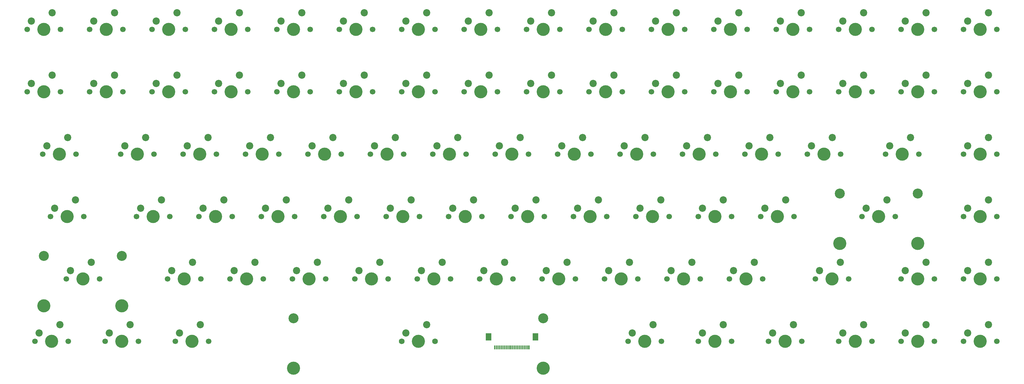
<source format=gbr>
%TF.GenerationSoftware,KiCad,Pcbnew,7.0.1*%
%TF.CreationDate,2023-03-28T18:38:34-04:00*%
%TF.ProjectId,project,70726f6a-6563-4742-9e6b-696361645f70,rev?*%
%TF.SameCoordinates,Original*%
%TF.FileFunction,Soldermask,Bot*%
%TF.FilePolarity,Negative*%
%FSLAX46Y46*%
G04 Gerber Fmt 4.6, Leading zero omitted, Abs format (unit mm)*
G04 Created by KiCad (PCBNEW 7.0.1) date 2023-03-28 18:38:34*
%MOMM*%
%LPD*%
G01*
G04 APERTURE LIST*
%ADD10C,2.200000*%
%ADD11C,1.700000*%
%ADD12C,4.000000*%
%ADD13C,3.050000*%
%ADD14C,1.750000*%
%ADD15R,1.800000X2.200000*%
%ADD16R,0.300000X1.300000*%
G04 APERTURE END LIST*
D10*
%TO.C,SW18*%
X89535000Y-113030000D03*
X95885000Y-110490000D03*
D11*
X98425000Y-115570000D03*
D12*
X93345000Y-115570000D03*
D11*
X88265000Y-115570000D03*
%TD*%
D10*
%TO.C,SW11*%
X80010000Y-93980000D03*
X86360000Y-91440000D03*
D11*
X88900000Y-96520000D03*
D12*
X83820000Y-96520000D03*
D11*
X78740000Y-96520000D03*
%TD*%
D10*
%TO.C,SW79*%
X308610000Y-170180000D03*
X314960000Y-167640000D03*
D11*
X317500000Y-172720000D03*
D12*
X312420000Y-172720000D03*
D11*
X307340000Y-172720000D03*
%TD*%
D10*
%TO.C,SW30*%
X141922500Y-151130000D03*
X148272500Y-148590000D03*
D11*
X150812500Y-153670000D03*
D12*
X145732500Y-153670000D03*
D11*
X140652500Y-153670000D03*
%TD*%
D10*
%TO.C,SW32*%
X156210000Y-93980000D03*
X162560000Y-91440000D03*
D11*
X165100000Y-96520000D03*
D12*
X160020000Y-96520000D03*
D11*
X154940000Y-96520000D03*
%TD*%
D10*
%TO.C,SW63*%
X246697500Y-170180000D03*
X253047500Y-167640000D03*
D11*
X255587500Y-172720000D03*
D12*
X250507500Y-172720000D03*
D11*
X245427500Y-172720000D03*
%TD*%
D10*
%TO.C,SW6*%
X60960000Y-74930000D03*
X67310000Y-72390000D03*
D11*
X69850000Y-77470000D03*
D12*
X64770000Y-77470000D03*
D11*
X59690000Y-77470000D03*
%TD*%
D10*
%TO.C,SW23*%
X108585000Y-113030000D03*
X114935000Y-110490000D03*
D11*
X117475000Y-115570000D03*
D12*
X112395000Y-115570000D03*
D11*
X107315000Y-115570000D03*
%TD*%
D10*
%TO.C,SW66*%
X260985000Y-113030000D03*
X267335000Y-110490000D03*
D11*
X269875000Y-115570000D03*
D12*
X264795000Y-115570000D03*
D11*
X259715000Y-115570000D03*
%TD*%
D10*
%TO.C,SW68*%
X268128750Y-170180000D03*
X274478750Y-167640000D03*
D11*
X277018750Y-172720000D03*
D12*
X271938750Y-172720000D03*
D11*
X266858750Y-172720000D03*
%TD*%
D10*
%TO.C,SW84*%
X327660000Y-151130000D03*
X334010000Y-148590000D03*
D11*
X336550000Y-153670000D03*
D12*
X331470000Y-153670000D03*
D11*
X326390000Y-153670000D03*
%TD*%
D10*
%TO.C,SW71*%
X280035000Y-113030000D03*
X286385000Y-110490000D03*
D11*
X288925000Y-115570000D03*
D12*
X283845000Y-115570000D03*
D11*
X278765000Y-115570000D03*
%TD*%
D10*
%TO.C,SW46*%
X199072500Y-151130000D03*
X205422500Y-148590000D03*
D11*
X207962500Y-153670000D03*
D12*
X202882500Y-153670000D03*
D11*
X197802500Y-153670000D03*
%TD*%
D10*
%TO.C,SW1*%
X41910000Y-74930000D03*
X48260000Y-72390000D03*
D11*
X50800000Y-77470000D03*
D12*
X45720000Y-77470000D03*
D11*
X40640000Y-77470000D03*
%TD*%
D10*
%TO.C,SW73*%
X282416250Y-151130000D03*
X288766250Y-148590000D03*
D11*
X291306250Y-153670000D03*
D12*
X286226250Y-153670000D03*
D11*
X281146250Y-153670000D03*
%TD*%
D10*
%TO.C,SW36*%
X156210000Y-170180000D03*
X162560000Y-167640000D03*
D12*
X198120000Y-180960000D03*
D13*
X198120000Y-165720000D03*
D14*
X165100000Y-172720000D03*
D12*
X160020000Y-172720000D03*
D14*
X154940000Y-172720000D03*
D12*
X121920000Y-180960000D03*
D13*
X121920000Y-165720000D03*
%TD*%
D10*
%TO.C,SW55*%
X227647500Y-132080000D03*
X233997500Y-129540000D03*
D11*
X236537500Y-134620000D03*
D12*
X231457500Y-134620000D03*
D11*
X226377500Y-134620000D03*
%TD*%
D10*
%TO.C,SW83*%
X327660000Y-132080000D03*
X334010000Y-129540000D03*
D11*
X336550000Y-134620000D03*
D12*
X331470000Y-134620000D03*
D11*
X326390000Y-134620000D03*
%TD*%
D10*
%TO.C,SW81*%
X327660000Y-93980000D03*
X334010000Y-91440000D03*
D11*
X336550000Y-96520000D03*
D12*
X331470000Y-96520000D03*
D11*
X326390000Y-96520000D03*
%TD*%
D10*
%TO.C,SW10*%
X80010000Y-74930000D03*
X86360000Y-72390000D03*
D11*
X88900000Y-77470000D03*
D12*
X83820000Y-77470000D03*
D11*
X78740000Y-77470000D03*
%TD*%
D10*
%TO.C,SW53*%
X232410000Y-93980000D03*
X238760000Y-91440000D03*
D11*
X241300000Y-96520000D03*
D12*
X236220000Y-96520000D03*
D11*
X231140000Y-96520000D03*
%TD*%
D10*
%TO.C,SW13*%
X75247500Y-132080000D03*
X81597500Y-129540000D03*
D11*
X84137500Y-134620000D03*
D12*
X79057500Y-134620000D03*
D11*
X73977500Y-134620000D03*
%TD*%
D10*
%TO.C,SW67*%
X265747500Y-132080000D03*
X272097500Y-129540000D03*
D11*
X274637500Y-134620000D03*
D12*
X269557500Y-134620000D03*
D11*
X264477500Y-134620000D03*
%TD*%
D10*
%TO.C,SW31*%
X156210000Y-74930000D03*
X162560000Y-72390000D03*
D11*
X165100000Y-77470000D03*
D12*
X160020000Y-77470000D03*
D11*
X154940000Y-77470000D03*
%TD*%
D10*
%TO.C,SW61*%
X246697500Y-132080000D03*
X253047500Y-129540000D03*
D11*
X255587500Y-134620000D03*
D12*
X250507500Y-134620000D03*
D11*
X245427500Y-134620000D03*
%TD*%
D10*
%TO.C,SW21*%
X118110000Y-74930000D03*
X124460000Y-72390000D03*
D11*
X127000000Y-77470000D03*
D12*
X121920000Y-77470000D03*
D11*
X116840000Y-77470000D03*
%TD*%
D10*
%TO.C,SW39*%
X165735000Y-113030000D03*
X172085000Y-110490000D03*
D11*
X174625000Y-115570000D03*
D12*
X169545000Y-115570000D03*
D11*
X164465000Y-115570000D03*
%TD*%
D10*
%TO.C,SW37*%
X175260000Y-74930000D03*
X181610000Y-72390000D03*
D11*
X184150000Y-77470000D03*
D12*
X179070000Y-77470000D03*
D11*
X173990000Y-77470000D03*
%TD*%
D10*
%TO.C,SW14*%
X84772500Y-151130000D03*
X91122500Y-148590000D03*
D11*
X93662500Y-153670000D03*
D12*
X88582500Y-153670000D03*
D11*
X83502500Y-153670000D03*
%TD*%
D10*
%TO.C,SW20*%
X103822500Y-151130000D03*
X110172500Y-148590000D03*
D11*
X112712500Y-153670000D03*
D12*
X107632500Y-153670000D03*
D11*
X102552500Y-153670000D03*
%TD*%
D10*
%TO.C,SW17*%
X99060000Y-93980000D03*
X105410000Y-91440000D03*
D11*
X107950000Y-96520000D03*
D12*
X102870000Y-96520000D03*
D11*
X97790000Y-96520000D03*
%TD*%
D10*
%TO.C,SW8*%
X53816250Y-151130000D03*
X60166250Y-148590000D03*
D12*
X69526250Y-161910000D03*
D13*
X69526250Y-146670000D03*
D11*
X62706250Y-153670000D03*
D12*
X57626250Y-153670000D03*
D11*
X52546250Y-153670000D03*
D12*
X45726250Y-161910000D03*
D13*
X45726250Y-146670000D03*
%TD*%
D10*
%TO.C,SW4*%
X49053750Y-132080000D03*
X55403750Y-129540000D03*
D11*
X57943750Y-134620000D03*
D12*
X52863750Y-134620000D03*
D11*
X47783750Y-134620000D03*
%TD*%
D10*
%TO.C,SW75*%
X308610000Y-74930000D03*
X314960000Y-72390000D03*
D11*
X317500000Y-77470000D03*
D12*
X312420000Y-77470000D03*
D11*
X307340000Y-77470000D03*
%TD*%
D10*
%TO.C,SW7*%
X60960000Y-93980000D03*
X67310000Y-91440000D03*
D11*
X69850000Y-96520000D03*
D12*
X64770000Y-96520000D03*
D11*
X59690000Y-96520000D03*
%TD*%
D10*
%TO.C,SW70*%
X289560000Y-93980000D03*
X295910000Y-91440000D03*
D11*
X298450000Y-96520000D03*
D12*
X293370000Y-96520000D03*
D11*
X288290000Y-96520000D03*
%TD*%
D10*
%TO.C,SW5*%
X44291250Y-170180000D03*
X50641250Y-167640000D03*
D11*
X53181250Y-172720000D03*
D12*
X48101250Y-172720000D03*
D11*
X43021250Y-172720000D03*
%TD*%
D10*
%TO.C,SW77*%
X303847500Y-113030000D03*
X310197500Y-110490000D03*
D11*
X312737500Y-115570000D03*
D12*
X307657500Y-115570000D03*
D11*
X302577500Y-115570000D03*
%TD*%
D10*
%TO.C,SW58*%
X251460000Y-74930000D03*
X257810000Y-72390000D03*
D11*
X260350000Y-77470000D03*
D12*
X255270000Y-77470000D03*
D11*
X250190000Y-77470000D03*
%TD*%
D10*
%TO.C,SW22*%
X118110000Y-93980000D03*
X124460000Y-91440000D03*
D11*
X127000000Y-96520000D03*
D12*
X121920000Y-96520000D03*
D11*
X116840000Y-96520000D03*
%TD*%
D10*
%TO.C,SW38*%
X175260000Y-93980000D03*
X181610000Y-91440000D03*
D11*
X184150000Y-96520000D03*
D12*
X179070000Y-96520000D03*
D11*
X173990000Y-96520000D03*
%TD*%
D10*
%TO.C,SW45*%
X189547500Y-132080000D03*
X195897500Y-129540000D03*
D11*
X198437500Y-134620000D03*
D12*
X193357500Y-134620000D03*
D11*
X188277500Y-134620000D03*
%TD*%
D10*
%TO.C,SW82*%
X327660000Y-113030000D03*
X334010000Y-110490000D03*
D11*
X336550000Y-115570000D03*
D12*
X331470000Y-115570000D03*
D11*
X326390000Y-115570000D03*
%TD*%
D10*
%TO.C,SW16*%
X99060000Y-74930000D03*
X105410000Y-72390000D03*
D11*
X107950000Y-77470000D03*
D12*
X102870000Y-77470000D03*
D11*
X97790000Y-77470000D03*
%TD*%
D10*
%TO.C,SW19*%
X94297500Y-132080000D03*
X100647500Y-129540000D03*
D11*
X103187500Y-134620000D03*
D12*
X98107500Y-134620000D03*
D11*
X93027500Y-134620000D03*
%TD*%
D10*
%TO.C,SW85*%
X327660000Y-170180000D03*
X334010000Y-167640000D03*
D11*
X336550000Y-172720000D03*
D12*
X331470000Y-172720000D03*
D11*
X326390000Y-172720000D03*
%TD*%
D10*
%TO.C,SW64*%
X270510000Y-74930000D03*
X276860000Y-72390000D03*
D11*
X279400000Y-77470000D03*
D12*
X274320000Y-77470000D03*
D11*
X269240000Y-77470000D03*
%TD*%
D10*
%TO.C,SW51*%
X218122500Y-151130000D03*
X224472500Y-148590000D03*
D11*
X227012500Y-153670000D03*
D12*
X221932500Y-153670000D03*
D11*
X216852500Y-153670000D03*
%TD*%
D10*
%TO.C,SW34*%
X151447500Y-132080000D03*
X157797500Y-129540000D03*
D11*
X160337500Y-134620000D03*
D12*
X155257500Y-134620000D03*
D11*
X150177500Y-134620000D03*
%TD*%
D10*
%TO.C,SW59*%
X251460000Y-93980000D03*
X257810000Y-91440000D03*
D11*
X260350000Y-96520000D03*
D12*
X255270000Y-96520000D03*
D11*
X250190000Y-96520000D03*
%TD*%
D10*
%TO.C,SW50*%
X208597500Y-132080000D03*
X214947500Y-129540000D03*
D11*
X217487500Y-134620000D03*
D12*
X212407500Y-134620000D03*
D11*
X207327500Y-134620000D03*
%TD*%
D10*
%TO.C,SW54*%
X222885000Y-113030000D03*
X229235000Y-110490000D03*
D11*
X231775000Y-115570000D03*
D12*
X226695000Y-115570000D03*
D11*
X221615000Y-115570000D03*
%TD*%
D10*
%TO.C,SW3*%
X46672500Y-113030000D03*
X53022500Y-110490000D03*
D11*
X55562500Y-115570000D03*
D12*
X50482500Y-115570000D03*
D11*
X45402500Y-115570000D03*
%TD*%
D10*
%TO.C,SW15*%
X87153750Y-170180000D03*
X93503750Y-167640000D03*
D11*
X96043750Y-172720000D03*
D12*
X90963750Y-172720000D03*
D11*
X85883750Y-172720000D03*
%TD*%
D10*
%TO.C,SW57*%
X225266250Y-170180000D03*
X231616250Y-167640000D03*
D11*
X234156250Y-172720000D03*
D12*
X229076250Y-172720000D03*
D11*
X223996250Y-172720000D03*
%TD*%
D10*
%TO.C,SW48*%
X213360000Y-93980000D03*
X219710000Y-91440000D03*
D11*
X222250000Y-96520000D03*
D12*
X217170000Y-96520000D03*
D11*
X212090000Y-96520000D03*
%TD*%
D10*
%TO.C,SW26*%
X137160000Y-74930000D03*
X143510000Y-72390000D03*
D11*
X146050000Y-77470000D03*
D12*
X140970000Y-77470000D03*
D11*
X135890000Y-77470000D03*
%TD*%
D10*
%TO.C,SW56*%
X237172500Y-151130000D03*
X243522500Y-148590000D03*
D11*
X246062500Y-153670000D03*
D12*
X240982500Y-153670000D03*
D11*
X235902500Y-153670000D03*
%TD*%
D10*
%TO.C,SW78*%
X308610000Y-151130000D03*
X314960000Y-148590000D03*
D11*
X317500000Y-153670000D03*
D12*
X312420000Y-153670000D03*
D11*
X307340000Y-153670000D03*
%TD*%
D10*
%TO.C,SW74*%
X289560000Y-170180000D03*
X295910000Y-167640000D03*
D11*
X298450000Y-172720000D03*
D12*
X293370000Y-172720000D03*
D11*
X288290000Y-172720000D03*
%TD*%
D10*
%TO.C,SW33*%
X146685000Y-113030000D03*
X153035000Y-110490000D03*
D11*
X155575000Y-115570000D03*
D12*
X150495000Y-115570000D03*
D11*
X145415000Y-115570000D03*
%TD*%
D10*
%TO.C,SW12*%
X70485000Y-113030000D03*
X76835000Y-110490000D03*
D11*
X79375000Y-115570000D03*
D12*
X74295000Y-115570000D03*
D11*
X69215000Y-115570000D03*
%TD*%
D10*
%TO.C,SW25*%
X122872500Y-151130000D03*
X129222500Y-148590000D03*
D11*
X131762500Y-153670000D03*
D12*
X126682500Y-153670000D03*
D11*
X121602500Y-153670000D03*
%TD*%
D10*
%TO.C,SW69*%
X289560000Y-74930000D03*
X295910000Y-72390000D03*
D11*
X298450000Y-77470000D03*
D12*
X293370000Y-77470000D03*
D11*
X288290000Y-77470000D03*
%TD*%
D10*
%TO.C,SW2*%
X41910000Y-93980000D03*
X48260000Y-91440000D03*
D11*
X50800000Y-96520000D03*
D12*
X45720000Y-96520000D03*
D11*
X40640000Y-96520000D03*
%TD*%
D10*
%TO.C,SW40*%
X170497500Y-132080000D03*
X176847500Y-129540000D03*
D11*
X179387500Y-134620000D03*
D12*
X174307500Y-134620000D03*
D11*
X169227500Y-134620000D03*
%TD*%
D10*
%TO.C,SW44*%
X184785000Y-113030000D03*
X191135000Y-110490000D03*
D11*
X193675000Y-115570000D03*
D12*
X188595000Y-115570000D03*
D11*
X183515000Y-115570000D03*
%TD*%
D10*
%TO.C,SW72*%
X296703750Y-132080000D03*
X303053750Y-129540000D03*
D12*
X312413750Y-142860000D03*
D13*
X312413750Y-127620000D03*
D11*
X305593750Y-134620000D03*
D12*
X300513750Y-134620000D03*
D11*
X295433750Y-134620000D03*
D12*
X288613750Y-142860000D03*
D13*
X288613750Y-127620000D03*
%TD*%
D10*
%TO.C,SW76*%
X308610000Y-93980000D03*
X314960000Y-91440000D03*
D11*
X317500000Y-96520000D03*
D12*
X312420000Y-96520000D03*
D11*
X307340000Y-96520000D03*
%TD*%
D10*
%TO.C,SW62*%
X256222500Y-151130000D03*
X262572500Y-148590000D03*
D11*
X265112500Y-153670000D03*
D12*
X260032500Y-153670000D03*
D11*
X254952500Y-153670000D03*
%TD*%
D10*
%TO.C,SW80*%
X327660000Y-74930000D03*
X334010000Y-72390000D03*
D11*
X336550000Y-77470000D03*
D12*
X331470000Y-77470000D03*
D11*
X326390000Y-77470000D03*
%TD*%
D10*
%TO.C,SW41*%
X180022500Y-151130000D03*
X186372500Y-148590000D03*
D11*
X188912500Y-153670000D03*
D12*
X183832500Y-153670000D03*
D11*
X178752500Y-153670000D03*
%TD*%
D10*
%TO.C,SW65*%
X270510000Y-93980000D03*
X276860000Y-91440000D03*
D11*
X279400000Y-96520000D03*
D12*
X274320000Y-96520000D03*
D11*
X269240000Y-96520000D03*
%TD*%
D10*
%TO.C,SW43*%
X194310000Y-93980000D03*
X200660000Y-91440000D03*
D11*
X203200000Y-96520000D03*
D12*
X198120000Y-96520000D03*
D11*
X193040000Y-96520000D03*
%TD*%
D10*
%TO.C,SW60*%
X241935000Y-113030000D03*
X248285000Y-110490000D03*
D11*
X250825000Y-115570000D03*
D12*
X245745000Y-115570000D03*
D11*
X240665000Y-115570000D03*
%TD*%
D10*
%TO.C,SW24*%
X113347500Y-132080000D03*
X119697500Y-129540000D03*
D11*
X122237500Y-134620000D03*
D12*
X117157500Y-134620000D03*
D11*
X112077500Y-134620000D03*
%TD*%
D10*
%TO.C,SW28*%
X127635000Y-113030000D03*
X133985000Y-110490000D03*
D11*
X136525000Y-115570000D03*
D12*
X131445000Y-115570000D03*
D11*
X126365000Y-115570000D03*
%TD*%
D10*
%TO.C,SW49*%
X203835000Y-113030000D03*
X210185000Y-110490000D03*
D11*
X212725000Y-115570000D03*
D12*
X207645000Y-115570000D03*
D11*
X202565000Y-115570000D03*
%TD*%
D10*
%TO.C,SW35*%
X160972500Y-151130000D03*
X167322500Y-148590000D03*
D11*
X169862500Y-153670000D03*
D12*
X164782500Y-153670000D03*
D11*
X159702500Y-153670000D03*
%TD*%
D10*
%TO.C,SW29*%
X132397500Y-132080000D03*
X138747500Y-129540000D03*
D11*
X141287500Y-134620000D03*
D12*
X136207500Y-134620000D03*
D11*
X131127500Y-134620000D03*
%TD*%
D10*
%TO.C,SW52*%
X232410000Y-74930000D03*
X238760000Y-72390000D03*
D11*
X241300000Y-77470000D03*
D12*
X236220000Y-77470000D03*
D11*
X231140000Y-77470000D03*
%TD*%
D10*
%TO.C,SW9*%
X65722500Y-170180000D03*
X72072500Y-167640000D03*
D11*
X74612500Y-172720000D03*
D12*
X69532500Y-172720000D03*
D11*
X64452500Y-172720000D03*
%TD*%
D10*
%TO.C,SW42*%
X194310000Y-74930000D03*
X200660000Y-72390000D03*
D11*
X203200000Y-77470000D03*
D12*
X198120000Y-77470000D03*
D11*
X193040000Y-77470000D03*
%TD*%
D10*
%TO.C,SW47*%
X213360000Y-74930000D03*
X219710000Y-72390000D03*
D11*
X222250000Y-77470000D03*
D12*
X217170000Y-77470000D03*
D11*
X212090000Y-77470000D03*
%TD*%
D10*
%TO.C,SW27*%
X137160000Y-93980000D03*
X143510000Y-91440000D03*
D11*
X146050000Y-96520000D03*
D12*
X140970000Y-96520000D03*
D11*
X135890000Y-96520000D03*
%TD*%
D15*
%TO.C,J1*%
X195745000Y-171335200D03*
X181445000Y-171335200D03*
D16*
X193845000Y-174585200D03*
X193345000Y-174585200D03*
X192845000Y-174585200D03*
X192345000Y-174585200D03*
X191845000Y-174585200D03*
X191345000Y-174585200D03*
X190845000Y-174585200D03*
X190345000Y-174585200D03*
X189845000Y-174585200D03*
X189345000Y-174585200D03*
X188845000Y-174585200D03*
X188345000Y-174585200D03*
X187845000Y-174585200D03*
X187345000Y-174585200D03*
X186845000Y-174585200D03*
X186345000Y-174585200D03*
X185845000Y-174585200D03*
X185345000Y-174585200D03*
X184845000Y-174585200D03*
X184345000Y-174585200D03*
X183845000Y-174585200D03*
X183345000Y-174585200D03*
%TD*%
M02*

</source>
